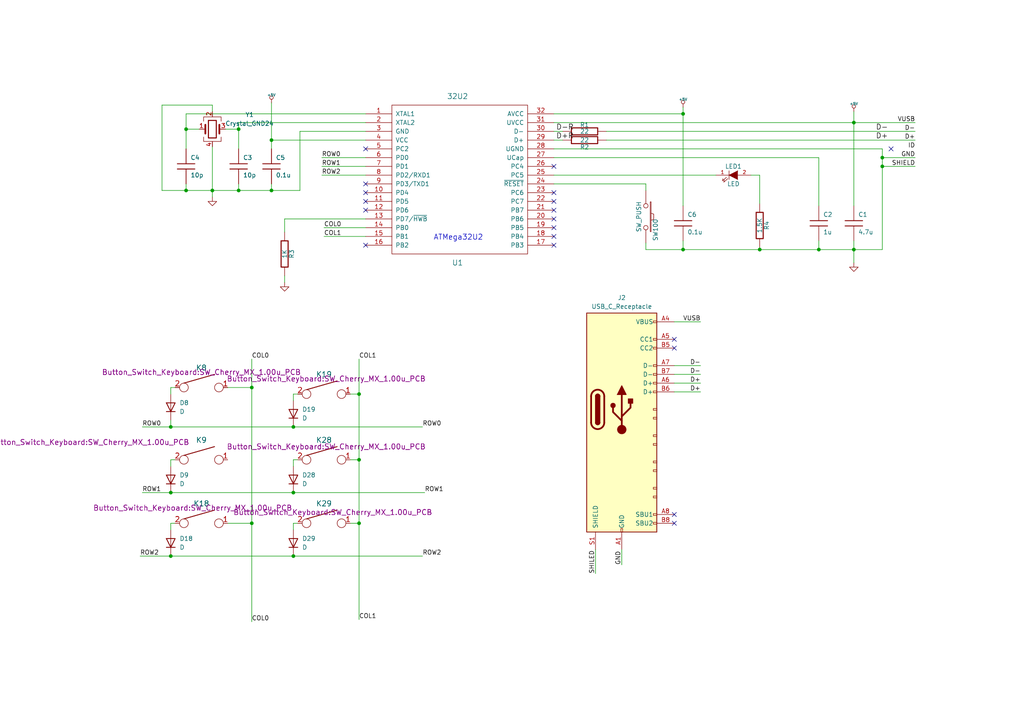
<source format=kicad_sch>
(kicad_sch (version 20230121) (generator eeschema)
  (paper "A4")
  (title_block (title "xKB64 keyboard PCB") (date "2016/04") (rev "D") (company "TMK, Tokyo JAPAN"))
  (lib_symbols
    (symbol "Connector:USB_C_Receptacle" (pin_names (offset 1.016))
      (property "Reference" "J2" (at 0 32.385 0))
      (property "Value" "USB_C_Receptacle" (at 0 29.845 0))
      (symbol "USB_C_Receptacle_0_0"
        (rectangle (start -0.254 -35.56) (end 0.254 -34.544))
        (rectangle (start 10.16 -32.766) (end 9.144 -33.274))
        (rectangle (start 10.16 -30.226) (end 9.144 -30.734))
        (rectangle (start 10.16 -25.146) (end 9.144 -25.654))
        (rectangle (start 10.16 -22.606) (end 9.144 -23.114))
        (rectangle (start 10.16 -17.526) (end 9.144 -18.034))
        (rectangle (start 10.16 -14.986) (end 9.144 -15.494))
        (rectangle (start 10.16 -9.906) (end 9.144 -10.414))
        (rectangle (start 10.16 -7.366) (end 9.144 -7.874))
        (rectangle (start 10.16 -2.286) (end 9.144 -2.794))
        (rectangle (start 10.16 0.254) (end 9.144 -0.254))
        (rectangle (start 10.16 5.334) (end 9.144 4.826))
        (rectangle (start 10.16 7.874) (end 9.144 7.366))
        (rectangle (start 10.16 10.414) (end 9.144 9.906))
        (rectangle (start 10.16 12.954) (end 9.144 12.446))
        (rectangle (start 10.16 18.034) (end 9.144 17.526))
        (rectangle (start 10.16 20.574) (end 9.144 20.066))
        (rectangle (start 10.16 25.654) (end 9.144 25.146))
      )
      (symbol "USB_C_Receptacle_0_1"
        (rectangle (start -10.16 27.94) (end 10.16 -35.56) (stroke (width 0.254)) (fill (type background)))
        (arc (start -8.89 -3.81) (mid -6.985 -5.7067) (end -5.08 -3.81) (stroke (width 0.508)))
        (arc (start -7.62 -3.81) (mid -6.985 -4.4423) (end -6.35 -3.81) (stroke (width 0.254)))
        (arc (start -7.62 -3.81) (mid -6.985 -4.4423) (end -6.35 -3.81) (stroke (width 0.254)) (fill (type outline)))
        (rectangle (start -7.62 -3.81) (end -6.35 3.81) (stroke (width 0.254)) (fill (type outline)))
        (arc (start -6.35 3.81) (mid -6.985 4.4423) (end -7.62 3.81) (stroke (width 0.254)))
        (arc (start -6.35 3.81) (mid -6.985 4.4423) (end -7.62 3.81) (stroke (width 0.254)) (fill (type outline)))
        (arc (start -5.08 3.81) (mid -6.985 5.7067) (end -8.89 3.81) (stroke (width 0.508)))
        (polyline (pts (xy -8.89 -3.81) (xy -8.89 3.81)) (stroke (width 0.508)))
        (polyline (pts (xy -5.08 3.81) (xy -5.08 -3.81)) (stroke (width 0.508)))
      )
      (symbol "USB_C_Receptacle_1_1"
        (circle (center -2.54 1.143) (radius 0.635) (stroke (width 0.254)) (fill (type outline)))
        (circle (center 0 -5.842) (radius 1.27) (fill (type outline)))
        (polyline (pts (xy 0 -5.842) (xy 0 4.318)) (stroke (width 0.508)))
        (polyline (pts (xy 0 -3.302) (xy -2.54 -0.762) (xy -2.54 0.508)) (stroke (width 0.508)))
        (polyline (pts (xy 0 -2.032) (xy 2.54 0.508) (xy 2.54 1.778)) (stroke (width 0.508)))
        (polyline (pts (xy -1.27 4.318) (xy 0 6.858) (xy 1.27 4.318) (xy -1.27 4.318)) (stroke (width 0.254)) (fill (type outline)))
        (rectangle (start 1.905 1.778) (end 3.175 3.048) (stroke (width 0.254)) (fill (type outline)))
        (pin passive line (at 0 -40.64 90) (length 5.08) (name "GND") (number "A1"))
        (pin passive line (at 0 -40.64 90) (length 5.08) hide (name "GND") (number "A12"))
        (pin passive line (at 15.24 25.4 180) (length 5.08) (name "VBUS") (number "A4"))
        (pin bidirectional line (at 15.24 20.32 180) (length 5.08) (name "CC1") (number "A5"))
        (pin bidirectional line (at 15.24 7.62 180) (length 5.08) (name "D+") (number "A6"))
        (pin bidirectional line (at 15.24 12.7 180) (length 5.08) (name "D-") (number "A7"))
        (pin bidirectional line (at 15.24 -30.48 180) (length 5.08) (name "SBU1") (number "A8"))
        (pin passive line (at 15.24 25.4 180) (length 5.08) hide (name "VBUS") (number "A9"))
        (pin passive line (at 0 -40.64 90) (length 5.08) hide (name "GND") (number "B1"))
        (pin passive line (at 0 -40.64 90) (length 5.08) hide (name "GND") (number "B12"))
        (pin passive line (at 15.24 25.4 180) (length 5.08) hide (name "VBUS") (number "B4"))
        (pin bidirectional line (at 15.24 17.78 180) (length 5.08) (name "CC2") (number "B5"))
        (pin bidirectional line (at 15.24 5.08 180) (length 5.08) (name "D+") (number "B6"))
        (pin bidirectional line (at 15.24 10.16 180) (length 5.08) (name "D-") (number "B7"))
        (pin bidirectional line (at 15.24 -33.02 180) (length 5.08) (name "SBU2") (number "B8"))
        (pin passive line (at 15.24 25.4 180) (length 5.08) hide (name "VBUS") (number "B9"))
        (pin passive line (at -7.62 -40.64 90) (length 5.08) (name "SHIELD") (number "S1"))
      )
    )
    (symbol "Device:Crystal_GND24" (pin_names (offset 1.016) hide)
      (property "Reference" "Y" (at 3.175 5.08 0))
      (property "Value" "Crystal_GND24" (at 3.175 3.175 0))
      (symbol "Crystal_GND24_0_1"
        (rectangle (start -1.143 2.54) (end 1.143 -2.54) (stroke (width 0.3048)))
        (polyline (pts (xy -2.54 0) (xy -2.032 0)))
        (polyline (pts (xy -2.032 -1.27) (xy -2.032 1.27)) (stroke (width 0.508)))
        (polyline (pts (xy 0 -3.81) (xy 0 -3.556)))
        (polyline (pts (xy 0 3.556) (xy 0 3.81)))
        (polyline (pts (xy 2.032 -1.27) (xy 2.032 1.27)) (stroke (width 0.508)))
        (polyline (pts (xy 2.032 0) (xy 2.54 0)))
        (polyline (pts (xy -2.54 -2.286) (xy -2.54 -3.556) (xy 2.54 -3.556) (xy 2.54 -2.286)))
        (polyline (pts (xy -2.54 2.286) (xy -2.54 3.556) (xy 2.54 3.556) (xy 2.54 2.286)))
      )
      (symbol "Crystal_GND24_1_1"
        (pin passive line (at -3.81 0 0) (length 1.27) (name "1") (number "1"))
        (pin passive line (at 0 5.08 270) (length 1.27) (name "2") (number "2"))
        (pin passive line (at 3.81 0 180) (length 1.27) (name "3") (number "3"))
        (pin passive line (at 0 -5.08 90) (length 1.27) (name "4") (number "4"))
      )
    )
    (symbol "Device:D" (pin_numbers hide) (pin_names (offset 1.016) hide)
      (property "Reference" "D" (at 0 2.54 0))
      (property "Value" "D" (at 0 -2.54 0))
      (symbol "D_0_1"
        (polyline (pts (xy -1.27 1.27) (xy -1.27 -1.27)) (stroke (width 0.254)))
        (polyline (pts (xy 1.27 0) (xy -1.27 0)))
        (polyline (pts (xy 1.27 1.27) (xy 1.27 -1.27) (xy -1.27 0) (xy 1.27 1.27)) (stroke (width 0.254)))
      )
      (symbol "D_1_1"
        (pin passive line (at -3.81 0 0) (length 2.54) (name "K") (number "1"))
        (pin passive line (at 3.81 0 180) (length 2.54) (name "A") (number "2"))
      )
    )
    (symbol "alps64-rescue:+5V-keyboard_parts" (power) (pin_names (offset 0))
      (property "Value" "+5V-keyboard_parts" (at 0 2.794 0))
      (symbol "+5V-keyboard_parts_0_0"
        (pin power_in line (at 0 0 90) (length 0) hide (name "+5V") (number "1"))
      )
      (symbol "+5V-keyboard_parts_0_1"
        (polyline (pts (xy 0 0) (xy 0 1.016) (xy 0 1.016)))
        (circle (center 0 1.524) (radius 0.508))
      )
    )
    (symbol "alps64-rescue:ATMEGA32U2-keyboard_parts" (pin_names (offset 1.016))
      (property "Reference" "U" (at 0 -24.13 0))
      (property "Value" "keyboard_parts:ATMEGA32U2" (at 0 24.13 0))
      (symbol "ATMEGA32U2-keyboard_parts_0_1"
        (rectangle (start -19.05 21.59) (end 20.32 -21.59))
      )
      (symbol "ATMEGA32U2-keyboard_parts_1_1"
        (pin input line (at -26.67 19.05 0) (length 7.62) (name "XTAL1") (number "1"))
        (pin bidirectional line (at -26.67 -3.81 0) (length 7.62) (name "PD4") (number "10"))
        (pin bidirectional line (at -26.67 -6.35 0) (length 7.62) (name "PD5") (number "11"))
        (pin bidirectional line (at -26.67 -8.89 0) (length 7.62) (name "PD6") (number "12"))
        (pin input line (at -26.67 -11.43 0) (length 7.62) (name "PD7/~{HWB}") (number "13"))
        (pin bidirectional line (at -26.67 -13.97 0) (length 7.62) (name "PB0") (number "14"))
        (pin bidirectional line (at -26.67 -16.51 0) (length 7.62) (name "PB1") (number "15"))
        (pin bidirectional line (at -26.67 -19.05 0) (length 7.62) (name "PB2") (number "16"))
        (pin bidirectional line (at 27.94 -19.05 180) (length 7.62) (name "PB3") (number "17"))
        (pin bidirectional line (at 27.94 -16.51 180) (length 7.62) (name "PB4") (number "18"))
        (pin bidirectional line (at 27.94 -13.97 180) (length 7.62) (name "PB5") (number "19"))
        (pin output line (at -26.67 16.51 0) (length 7.62) (name "XTAL2") (number "2"))
        (pin bidirectional line (at 27.94 -11.43 180) (length 7.62) (name "PB6") (number "20"))
        (pin bidirectional line (at 27.94 -8.89 180) (length 7.62) (name "PB7") (number "21"))
        (pin bidirectional line (at 27.94 -6.35 180) (length 7.62) (name "PC7") (number "22"))
        (pin bidirectional line (at 27.94 -3.81 180) (length 7.62) (name "PC6") (number "23"))
        (pin input line (at 27.94 -1.27 180) (length 7.62) (name "~{RESET}") (number "24"))
        (pin bidirectional line (at 27.94 1.27 180) (length 7.62) (name "PC5") (number "25"))
        (pin bidirectional line (at 27.94 3.81 180) (length 7.62) (name "PC4") (number "26"))
        (pin input line (at 27.94 6.35 180) (length 7.62) (name "UCap") (number "27"))
        (pin power_in line (at 27.94 8.89 180) (length 7.62) (name "UGND") (number "28"))
        (pin bidirectional line (at 27.94 11.43 180) (length 7.62) (name "D+") (number "29"))
        (pin power_in line (at -26.67 13.97 0) (length 7.62) (name "GND") (number "3"))
        (pin bidirectional line (at 27.94 13.97 180) (length 7.62) (name "D-") (number "30"))
        (pin power_in line (at 27.94 16.51 180) (length 7.62) (name "UVCC") (number "31"))
        (pin power_in line (at 27.94 19.05 180) (length 7.62) (name "AVCC") (number "32"))
        (pin power_in line (at -26.67 11.43 0) (length 7.62) (name "VCC") (number "4"))
        (pin bidirectional line (at -26.67 8.89 0) (length 7.62) (name "PC2") (number "5"))
        (pin bidirectional line (at -26.67 6.35 0) (length 7.62) (name "PD0") (number "6"))
        (pin bidirectional line (at -26.67 3.81 0) (length 7.62) (name "PD1") (number "7"))
        (pin bidirectional line (at -26.67 1.27 0) (length 7.62) (name "PD2/RXD1") (number "8"))
        (pin bidirectional line (at -26.67 -1.27 0) (length 7.62) (name "PD3/TXD1") (number "9"))
      )
    )
    (symbol "alps64-rescue:C-keyboard_parts" (pin_numbers hide) (pin_names (offset 0.254))
      (property "Reference" "C" (at 1.27 2.54 0))
      (property "Value" "keyboard_parts:C" (at 1.27 -2.54 0))
      (symbol "C-keyboard_parts_0_1"
        (polyline (pts (xy -2.54 -0.762) (xy 2.54 -0.762)) (stroke (width 0.254)))
        (polyline (pts (xy -2.54 0.762) (xy 2.54 0.762)) (stroke (width 0.254)))
      )
      (symbol "C-keyboard_parts_1_1"
        (pin passive line (at 0 5.08 270) (length 4.318) (name "~") (number "1"))
        (pin passive line (at 0 -5.08 90) (length 4.318) (name "~") (number "2"))
      )
    )
    (symbol "alps64-rescue:GND-keyboard_parts" (power) (pin_names (offset 0))
      (property "Value" "GND-keyboard_parts" (at 0 -3.81 0))
      (symbol "GND-keyboard_parts_0_1"
        (polyline (pts (xy 0 0) (xy 0 -1.27) (xy 1.27 -1.27) (xy 0 -2.54) (xy -1.27 -1.27) (xy 0 -1.27)))
      )
      (symbol "GND-keyboard_parts_1_1"
        (pin power_in line (at 0 0 270) (length 0) hide (name "GND") (number "1"))
      )
    )
    (symbol "alps64-rescue:KEYSW-keyboard_parts" (pin_names (offset 1.016))
      (property "Reference" "K?" (at -1.27 0 0))
      (symbol "KEYSW-keyboard_parts_0_1"
        (circle (center -5.08 0) (radius 1.27))
        (polyline (pts (xy -5.08 1.27) (xy 3.81 3.81)) (stroke (width 0.254)))
        (circle (center 5.08 0) (radius 1.27))
      )
      (symbol "KEYSW-keyboard_parts_1_1"
        (pin passive line (at 7.62 0 180) (length 1.27) (name "~") (number "1"))
        (pin passive line (at -7.62 0 0) (length 1.27) (name "~") (number "2"))
      )
    )
    (symbol "alps64-rescue:LED-keyboard_parts" (pin_names (offset 1.016) hide)
      (property "Reference" "LED" (at 0 2.54 0))
      (property "Value" "keyboard_parts:LED" (at 0 -2.54 0))
      (symbol "LED-keyboard_parts_0_1"
        (polyline (pts (xy -1.27 1.27) (xy -1.27 -1.27)))
        (polyline (pts (xy -2.032 -0.635) (xy -3.175 -1.651) (xy -3.048 -1.016)))
        (polyline (pts (xy -1.651 -1.016) (xy -2.794 -2.032) (xy -2.667 -1.397)))
        (polyline (pts (xy 1.27 1.27) (xy -1.27 0) (xy 1.27 -1.27)) (fill (type outline)))
      )
      (symbol "LED-keyboard_parts_1_1"
        (pin passive line (at -5.08 0 0) (length 3.81) (name "K") (number "1"))
        (pin passive line (at 5.08 0 180) (length 3.81) (name "A") (number "2"))
      )
    )
    (symbol "alps64-rescue:R-keyboard_parts" (pin_numbers hide) (pin_names (offset 0))
      (property "Reference" "R" (at 2.032 0 90))
      (property "Value" "keyboard_parts:R" (at 0 0 90))
      (symbol "R-keyboard_parts_0_1"
        (rectangle (start -1.016 3.81) (end 1.016 -3.81) (stroke (width 0.3048)))
      )
      (symbol "R-keyboard_parts_1_1"
        (pin passive line (at 0 6.35 270) (length 2.54) (name "~") (number "1"))
        (pin passive line (at 0 -6.35 90) (length 2.54) (name "~") (number "2"))
      )
    )
    (symbol "alps64-rescue:SW_PUSH-keyboard_parts" (pin_numbers hide) (pin_names (offset 1.016) hide)
      (property "Reference" "SW" (at 3.81 2.794 0))
      (property "Value" "keyboard_parts:SW_PUSH" (at 0 -2.032 0))
      (symbol "SW_PUSH-keyboard_parts_0_1"
        (rectangle (start -4.318 1.27) (end 4.318 1.524))
        (polyline (pts (xy -1.016 1.524) (xy -0.762 2.286) (xy 0.762 2.286) (xy 1.016 1.524)))
        (pin passive inverted (at -7.62 0 0) (length 5.08) (name "1") (number "1"))
        (pin passive inverted (at 7.62 0 180) (length 5.08) (name "2") (number "2"))
      )
    )
  )
  (junction (at 61.595 55.245))
  (junction (at 49.53 161.29))
  (junction (at 255.905 45.72))
  (junction (at 85.09 123.825))
  (junction (at 247.65 35.56))
  (junction (at 220.345 72.39))
  (junction (at 247.65 72.39))
  (junction (at 104.14 151.765))
  (junction (at 237.49 72.39))
  (junction (at 49.53 123.825))
  (junction (at 104.14 133.35))
  (junction (at 198.12 33.02))
  (junction (at 73.025 112.395))
  (junction (at 85.09 161.29))
  (junction (at 255.905 48.26))
  (junction (at 73.025 151.765))
  (junction (at 53.975 37.465))
  (junction (at 198.12 72.39))
  (junction (at 78.74 55.245))
  (junction (at 53.975 55.245))
  (junction (at 69.215 55.245))
  (junction (at 78.74 40.64))
  (junction (at 49.53 142.875))
  (junction (at 104.14 114.3))
  (junction (at 85.09 142.875))
  (junction (at 69.215 37.465))
  (no_connect (at 160.655 48.26))
  (no_connect (at 106.045 53.34))
  (no_connect (at 160.655 58.42))
  (no_connect (at 195.58 151.765))
  (no_connect (at 106.045 43.18))
  (no_connect (at 195.58 100.965))
  (no_connect (at 160.655 71.12))
  (no_connect (at 160.655 63.5))
  (no_connect (at 106.045 60.96))
  (no_connect (at 160.655 55.88))
  (no_connect (at 106.045 58.42))
  (no_connect (at 258.445 43.18))
  (no_connect (at 160.655 60.96))
  (no_connect (at 106.045 71.12))
  (no_connect (at 195.58 149.225))
  (no_connect (at 160.655 68.58))
  (no_connect (at 195.58 98.425))
  (no_connect (at 106.045 55.88))
  (no_connect (at 160.655 66.04))
  (wire (pts (xy 85.09 133.35) (xy 85.09 135.255)))
  (wire (pts (xy 61.595 30.48) (xy 46.99 30.48)))
  (wire (pts (xy 207.645 50.8) (xy 160.655 50.8)))
  (wire (pts (xy 106.045 35.56) (xy 69.215 35.56)))
  (wire (pts (xy 106.045 38.1) (xy 86.995 38.1)))
  (wire (pts (xy 160.655 53.34) (xy 187.325 53.34)))
  (wire (pts (xy 49.53 151.765) (xy 49.53 153.67)))
  (wire (pts (xy 93.98 66.04) (xy 106.045 66.04)))
  (wire (pts (xy 198.12 69.85) (xy 198.12 72.39)))
  (wire (pts (xy 104.14 104.14) (xy 104.14 114.3)))
  (wire (pts (xy 73.025 151.765) (xy 73.025 180.34)))
  (wire (pts (xy 175.895 40.64) (xy 265.43 40.64)))
  (wire (pts (xy 175.895 38.1) (xy 265.43 38.1)))
  (wire (pts (xy 93.98 68.58) (xy 106.045 68.58)))
  (wire (pts (xy 195.58 106.045) (xy 203.2 106.045)))
  (wire (pts (xy 73.025 112.395) (xy 73.025 151.765)))
  (wire (pts (xy 247.65 72.39) (xy 247.65 76.2)))
  (wire (pts (xy 53.975 37.465) (xy 53.975 43.18)))
  (wire (pts (xy 49.53 123.825) (xy 85.09 123.825)))
  (wire (pts (xy 247.65 35.56) (xy 247.65 59.69)))
  (wire (pts (xy 61.595 42.545) (xy 61.595 55.245)))
  (wire (pts (xy 69.215 53.34) (xy 69.215 55.245)))
  (wire (pts (xy 53.975 53.34) (xy 53.975 55.245)))
  (wire (pts (xy 85.09 161.29) (xy 122.555 161.29)))
  (wire (pts (xy 78.74 55.245) (xy 86.995 55.245)))
  (wire (pts (xy 53.975 37.465) (xy 57.785 37.465)))
  (wire (pts (xy 255.905 48.26) (xy 255.905 45.72)))
  (wire (pts (xy 46.99 55.245) (xy 53.975 55.245)))
  (wire (pts (xy 82.55 80.01) (xy 82.55 81.915)))
  (wire (pts (xy 65.405 37.465) (xy 69.215 37.465)))
  (wire (pts (xy 50.8 133.35) (xy 49.53 133.35)))
  (wire (pts (xy 93.345 48.26) (xy 106.045 48.26)))
  (wire (pts (xy 61.595 55.245) (xy 61.595 57.15)))
  (wire (pts (xy 69.215 55.245) (xy 78.74 55.245)))
  (wire (pts (xy 198.12 72.39) (xy 220.345 72.39)))
  (wire (pts (xy 86.36 133.35) (xy 85.09 133.35)))
  (wire (pts (xy 255.905 43.18) (xy 160.655 43.18)))
  (wire (pts (xy 247.65 32.385) (xy 247.65 35.56)))
  (wire (pts (xy 172.72 159.385) (xy 172.72 166.37)))
  (wire (pts (xy 41.275 123.825) (xy 49.53 123.825)))
  (wire (pts (xy 86.36 151.765) (xy 85.09 151.765)))
  (wire (pts (xy 220.345 72.39) (xy 237.49 72.39)))
  (wire (pts (xy 66.04 151.765) (xy 73.025 151.765)))
  (wire (pts (xy 160.655 33.02) (xy 198.12 33.02)))
  (wire (pts (xy 69.215 35.56) (xy 69.215 37.465)))
  (wire (pts (xy 46.99 30.48) (xy 46.99 55.245)))
  (wire (pts (xy 61.595 32.385) (xy 61.595 30.48)))
  (wire (pts (xy 73.025 104.14) (xy 73.025 112.395)))
  (wire (pts (xy 101.6 133.35) (xy 104.14 133.35)))
  (wire (pts (xy 247.65 35.56) (xy 160.655 35.56)))
  (wire (pts (xy 85.09 151.765) (xy 85.09 153.67)))
  (wire (pts (xy 237.49 45.72) (xy 237.49 59.69)))
  (wire (pts (xy 69.215 37.465) (xy 69.215 43.18)))
  (wire (pts (xy 255.905 72.39) (xy 255.905 48.26)))
  (wire (pts (xy 41.275 142.875) (xy 49.53 142.875)))
  (wire (pts (xy 195.58 93.345) (xy 203.2 93.345)))
  (wire (pts (xy 195.58 108.585) (xy 203.2 108.585)))
  (wire (pts (xy 86.995 38.1) (xy 86.995 55.245)))
  (wire (pts (xy 104.14 133.35) (xy 104.14 151.765)))
  (wire (pts (xy 198.12 33.02) (xy 198.12 59.69)))
  (wire (pts (xy 195.58 111.125) (xy 203.2 111.125)))
  (wire (pts (xy 217.805 50.8) (xy 220.345 50.8)))
  (wire (pts (xy 66.04 112.395) (xy 73.025 112.395)))
  (wire (pts (xy 78.74 40.64) (xy 78.74 43.18)))
  (wire (pts (xy 237.49 69.85) (xy 237.49 72.39)))
  (wire (pts (xy 101.6 151.765) (xy 104.14 151.765)))
  (wire (pts (xy 101.6 114.3) (xy 104.14 114.3)))
  (wire (pts (xy 82.55 63.5) (xy 82.55 67.31)))
  (wire (pts (xy 160.655 40.64) (xy 163.195 40.64)))
  (wire (pts (xy 85.09 142.875) (xy 123.19 142.875)))
  (wire (pts (xy 49.53 112.395) (xy 49.53 114.3)))
  (wire (pts (xy 78.74 55.245) (xy 78.74 53.34)))
  (wire (pts (xy 93.345 50.8) (xy 106.045 50.8)))
  (wire (pts (xy 160.655 45.72) (xy 237.49 45.72)))
  (wire (pts (xy 163.195 38.1) (xy 160.655 38.1)))
  (wire (pts (xy 85.09 123.825) (xy 122.555 123.825)))
  (wire (pts (xy 187.325 72.39) (xy 198.12 72.39)))
  (wire (pts (xy 104.14 151.765) (xy 104.14 179.705)))
  (wire (pts (xy 85.09 114.3) (xy 85.09 116.205)))
  (wire (pts (xy 180.34 159.385) (xy 180.34 163.83)))
  (wire (pts (xy 195.58 113.665) (xy 203.2 113.665)))
  (wire (pts (xy 220.345 50.8) (xy 220.345 59.055)))
  (wire (pts (xy 93.345 45.72) (xy 106.045 45.72)))
  (wire (pts (xy 247.65 35.56) (xy 265.43 35.56)))
  (wire (pts (xy 82.55 63.5) (xy 106.045 63.5)))
  (wire (pts (xy 53.975 33.02) (xy 53.975 37.465)))
  (wire (pts (xy 255.905 45.72) (xy 255.905 43.18)))
  (wire (pts (xy 86.36 114.3) (xy 85.09 114.3)))
  (wire (pts (xy 78.74 40.64) (xy 106.045 40.64)))
  (wire (pts (xy 53.975 55.245) (xy 61.595 55.245)))
  (wire (pts (xy 247.65 69.85) (xy 247.65 72.39)))
  (wire (pts (xy 198.12 31.115) (xy 198.12 33.02)))
  (wire (pts (xy 255.905 45.72) (xy 265.43 45.72)))
  (wire (pts (xy 40.64 161.29) (xy 49.53 161.29)))
  (wire (pts (xy 49.53 121.92) (xy 49.53 123.825)))
  (wire (pts (xy 49.53 133.35) (xy 49.53 135.255)))
  (wire (pts (xy 50.8 112.395) (xy 49.53 112.395)))
  (wire (pts (xy 49.53 161.29) (xy 85.09 161.29)))
  (wire (pts (xy 104.14 114.3) (xy 104.14 133.35)))
  (wire (pts (xy 61.595 55.245) (xy 69.215 55.245)))
  (wire (pts (xy 106.045 33.02) (xy 53.975 33.02)))
  (wire (pts (xy 187.325 70.485) (xy 187.325 72.39)))
  (wire (pts (xy 49.53 142.875) (xy 85.09 142.875)))
  (wire (pts (xy 247.65 72.39) (xy 255.905 72.39)))
  (wire (pts (xy 220.345 71.755) (xy 220.345 72.39)))
  (wire (pts (xy 187.325 53.34) (xy 187.325 55.245)))
  (wire (pts (xy 50.8 151.765) (xy 49.53 151.765)))
  (wire (pts (xy 78.74 29.845) (xy 78.74 40.64)))
  (wire (pts (xy 237.49 72.39) (xy 247.65 72.39)))
  (wire (pts (xy 255.905 48.26) (xy 265.43 48.26)))
  (text "ATMega32U2" (at 125.73 69.85 0) (effects (font (size 1.524 1.524)) (justify left bottom)))
  (label "D-" (at 203.2 106.045 180))
  (label "ROW0" (at 41.275 123.825 0))
  (label "D+" (at 265.43 40.64 180))
  (label "ROW1" (at 41.275 142.875 0))
  (label "GND" (at 180.34 163.83 90))
  (label "ROW0" (at 122.555 123.825 0))
  (label "D-R" (at 161.29 38.1 0) (effects (font (size 1.524 1.524))))
  (label "GND" (at 265.43 45.72 180))
  (label "COL1" (at 104.14 104.14 0))
  (label "COL0" (at 93.98 66.04 0))
  (label "ROW1" (at 93.345 48.26 0))
  (label "D-" (at 265.43 38.1 180))
  (label "COL1" (at 93.98 68.58 0))
  (label "ROW2" (at 40.64 161.29 0))
  (label "D-" (at 254 38.1 0) (effects (font (size 1.524 1.524))))
  (label "COL1" (at 104.14 179.705 0))
  (label "D-" (at 203.2 108.585 180))
  (label "ROW2" (at 93.345 50.8 0))
  (label "D+R" (at 161.29 40.64 0) (effects (font (size 1.524 1.524))))
  (label "ROW2" (at 122.555 161.29 0))
  (label "VUSB" (at 265.43 35.56 180))
  (label "COL0" (at 73.025 104.14 0))
  (label "SHIELD" (at 265.43 48.26 180))
  (label "ROW1" (at 123.19 142.875 0))
  (label "D+" (at 203.2 111.125 180))
  (label "ID" (at 265.43 43.18 180))
  (label "COL0" (at 73.025 180.34 0))
  (label "ROW0" (at 93.345 45.72 0))
  (label "D+" (at 254 40.64 0) (effects (font (size 1.524 1.524))))
  (label "D+" (at 203.2 113.665 180))
  (label "VUSB" (at 203.2 93.345 180))
  (label "SHILED" (at 172.72 166.37 90))
  (symbol (lib_id "alps64-rescue:ATMEGA32U2-keyboard_parts") (at 132.715 52.07 0) (unit 1)
    (property "Reference" "U1" (at 132.715 76.2 0) (effects (font (size 1.524 1.524))))
    (property "Value" "32U2" (at 132.715 27.94 0) (effects (font (size 1.524 1.524))))
    (property "Footprint" "Package_QFP:TQFP-32_7x7mm_P0.8mm" (effects hide))
  )
  (symbol (lib_id "alps64-rescue:C-keyboard_parts") (at 53.975 48.26 0) (unit 1)
    (property "Reference" "C4" (at 55.245 45.72 0) (effects (justify left)))
    (property "Value" "10p" (at 55.245 50.8 0) (effects (justify left)))
    (property "Footprint" "Capacitor_SMD:C_0603_1608Metric" (effects hide))
  )
  (symbol (lib_id "alps64-rescue:C-keyboard_parts") (at 69.215 48.26 0) (unit 1)
    (property "Reference" "C3" (at 70.485 45.72 0) (effects (justify left)))
    (property "Value" "10p" (at 70.485 50.8 0) (effects (justify left)))
    (property "Footprint" "Capacitor_SMD:C_0603_1608Metric" (effects hide))
  )
  (symbol (lib_id "alps64-rescue:C-keyboard_parts") (at 198.12 64.77 0) (unit 1)
    (property "Reference" "C6" (at 199.39 62.23 0) (effects (justify left)))
    (property "Value" "0.1u" (at 199.39 67.31 0) (effects (justify left)))
    (property "Footprint" "Capacitor_THT:C_Disc_D3.0mm_W1.6mm_P2.50mm" (effects hide))
  )
  (symbol (lib_id "alps64-rescue:C-keyboard_parts") (at 237.49 64.77 0) (unit 1)
    (property "Reference" "C2" (at 238.76 62.23 0) (effects (justify left)))
    (property "Value" "1u" (at 238.76 67.31 0) (effects (justify left)))
    (property "Footprint" "Capacitor_SMD:C_0603_1608Metric" (effects hide))
  )
  (symbol (lib_id "alps64-rescue:C-keyboard_parts") (at 247.65 64.77 0) (unit 1)
    (property "Reference" "C1" (at 248.92 62.23 0) (effects (justify left)))
    (property "Value" "4.7u" (at 248.92 67.31 0) (effects (justify left)))
    (property "Footprint" "Capacitor_SMD:C_0603_1608Metric" (effects hide))
  )
  (symbol (lib_id "alps64-rescue:R-keyboard_parts") (at 169.545 40.64 270) (unit 1)
    (property "Reference" "R2" (at 169.545 42.672 90))
    (property "Value" "22" (at 169.545 40.64 90))
    (property "Footprint" "Resistor_SMD:R_0603_1608Metric" (effects hide))
  )
  (symbol (lib_id "alps64-rescue:R-keyboard_parts") (at 169.545 38.1 270) (unit 1)
    (property "Reference" "R1" (at 169.545 36.195 90))
    (property "Value" "22" (at 169.545 38.1 90))
    (property "Footprint" "Resistor_SMD:R_0603_1608Metric" (effects hide))
  )
  (symbol (lib_id "alps64-rescue:+5V-keyboard_parts") (at 78.74 29.845 0) (unit 1)
    (property "Reference" "#PWR01" (effects hide))
    (property "Value" "+5V" (at 78.74 27.559 0) (effects (font (size 0.762 0.762))))
  )
  (symbol (lib_id "alps64-rescue:C-keyboard_parts") (at 78.74 48.26 0) (unit 1)
    (property "Reference" "C5" (at 80.01 45.72 0) (effects (justify left)))
    (property "Value" "0.1u" (at 80.01 50.8 0) (effects (justify left)))
    (property "Footprint" "Capacitor_THT:C_Disc_D3.0mm_W1.6mm_P2.50mm" (effects hide))
  )
  (symbol (lib_id "alps64-rescue:+5V-keyboard_parts") (at 198.12 31.115 0) (unit 1)
    (property "Reference" "#PWR05" (effects hide))
    (property "Value" "+5V" (at 198.12 28.829 0) (effects (font (size 0.762 0.762))))
  )
  (symbol (lib_id "alps64-rescue:GND-keyboard_parts") (at 61.595 57.15 0) (unit 1)
    (property "Reference" "#PWR02" (effects hide))
    (property "Value" "GND" (effects hide))
  )
  (symbol (lib_id "alps64-rescue:+5V-keyboard_parts") (at 247.65 32.385 0) (unit 1)
    (property "Reference" "#PWR06" (effects hide))
    (property "Value" "+5V" (at 247.65 30.099 0) (effects (font (size 0.762 0.762))))
  )
  (symbol (lib_id "alps64-rescue:R-keyboard_parts") (at 82.55 73.66 0) (unit 1)
    (property "Reference" "R3" (at 84.582 73.66 90))
    (property "Value" "1K" (at 82.55 73.66 90))
    (property "Footprint" "Resistor_SMD:R_0603_1608Metric" (effects hide))
  )
  (symbol (lib_id "alps64-rescue:GND-keyboard_parts") (at 82.55 81.915 0) (unit 1)
    (property "Reference" "#PWR03" (effects hide))
    (property "Value" "GND" (effects hide))
  )
  (symbol (lib_id "alps64-rescue:SW_PUSH-keyboard_parts") (at 187.325 62.865 270) (unit 1)
    (property "Reference" "SW100" (at 190.119 66.675 0))
    (property "Value" "SW_PUSH" (at 185.293 62.865 0))
    (property "Footprint" "Button_Switch_THT:SW_PUSH_6mm" (effects hide))
  )
  (symbol (lib_id "alps64-rescue:GND-keyboard_parts") (at 247.65 76.2 0) (unit 1)
    (property "Reference" "#PWR04" (effects hide))
    (property "Value" "GND" (effects hide))
  )
  (symbol (lib_id "alps64-rescue:R-keyboard_parts") (at 220.345 65.405 0) (unit 1)
    (property "Reference" "R4" (at 222.377 65.405 90))
    (property "Value" "1.5K" (at 220.345 65.405 90))
    (property "Footprint" "Resistor_SMD:R_0603_1608Metric" (effects hide))
  )
  (symbol (lib_id "alps64-rescue:LED-keyboard_parts") (at 212.725 50.8 0) (unit 1)
    (property "Reference" "LED1" (at 212.725 48.26 0))
    (property "Value" "LED" (at 212.725 53.34 0))
    (property "Footprint" "LED_SMD:LED_0805_2012Metric_Pad1.15x1.40mm_HandSolder" (effects hide))
  )
  (symbol (lib_id "Device:D") (at 49.53 139.065 90) (unit 1)
    (property "Reference" "D9" (at 52.07 137.795 90) (effects (justify right)))
    (property "Value" "D" (at 52.07 140.335 90) (effects (justify right)))
    (property "Footprint" "Diode_SMD:D_SOD-323" (effects hide))
    (property "Sim.Device" "D" (effects hide))
    (property "Sim.Pins" "1=K 2=A" (effects hide))
  )
  (symbol (lib_id "alps64-rescue:KEYSW-keyboard_parts") (at 58.42 133.35 0) (unit 1)
    (property "Reference" "K9" (at 58.42 127.635 0) (effects (font (size 1.524 1.524))))
    (property "Value" "keyboard_parts:KEYSW" (effects hide))
    (property "Footprint" "Button_Switch_Keyboard:SW_Cherry_MX_1.00u_PCB" (at 26.035 128.27 0) (effects (font (size 1.524 1.524))))
  )
  (symbol (lib_id "Device:D") (at 85.09 139.065 90) (unit 1)
    (property "Reference" "D28" (at 87.63 137.795 90) (effects (justify right)))
    (property "Value" "D" (at 87.63 140.335 90) (effects (justify right)))
    (property "Footprint" "Diode_SMD:D_SOD-323" (effects hide))
    (property "Sim.Device" "D" (effects hide))
    (property "Sim.Pins" "1=K 2=A" (effects hide))
  )
  (symbol (lib_id "alps64-rescue:KEYSW-keyboard_parts") (at 93.98 133.35 0) (unit 1)
    (property "Reference" "K28" (at 93.98 127.635 0) (effects (font (size 1.524 1.524))))
    (property "Value" "keyboard_parts:KEYSW" (effects hide))
    (property "Footprint" "Button_Switch_Keyboard:SW_Cherry_MX_1.00u_PCB" (at 94.615 129.54 0) (effects (font (size 1.524 1.524))))
  )
  (symbol (lib_id "Device:D") (at 85.09 120.015 90) (unit 1)
    (property "Reference" "D19" (at 87.63 118.745 90) (effects (justify right)))
    (property "Value" "D" (at 87.63 121.285 90) (effects (justify right)))
    (property "Footprint" "Diode_SMD:D_SOD-323" (effects hide))
    (property "Sim.Device" "D" (effects hide))
    (property "Sim.Pins" "1=K 2=A" (effects hide))
  )
  (symbol (lib_id "alps64-rescue:KEYSW-keyboard_parts") (at 58.42 112.395 0) (unit 1)
    (property "Reference" "K8" (at 58.42 106.68 0) (effects (font (size 1.524 1.524))))
    (property "Value" "keyboard_parts:KEYSW" (effects hide))
    (property "Footprint" "Button_Switch_Keyboard:SW_Cherry_MX_1.00u_PCB" (at 58.42 107.95 0) (effects (font (size 1.524 1.524))))
  )
  (symbol (lib_id "Device:D") (at 49.53 157.48 90) (unit 1)
    (property "Reference" "D18" (at 52.07 156.21 90) (effects (justify right)))
    (property "Value" "D" (at 52.07 158.75 90) (effects (justify right)))
    (property "Footprint" "Diode_SMD:D_SOD-323" (effects hide))
    (property "Sim.Device" "D" (effects hide))
    (property "Sim.Pins" "1=K 2=A" (effects hide))
  )
  (symbol (lib_id "alps64-rescue:KEYSW-keyboard_parts") (at 93.98 151.765 0) (unit 1)
    (property "Reference" "K29" (at 93.98 146.05 0) (effects (font (size 1.524 1.524))))
    (property "Value" "keyboard_parts:KEYSW" (effects hide))
    (property "Footprint" "Button_Switch_Keyboard:SW_Cherry_MX_1.00u_PCB" (at 96.52 148.59 0) (effects (font (size 1.524 1.524))))
  )
  (symbol (lib_id "Device:Crystal_GND24") (at 61.595 37.465 0) (unit 1)
    (property "Reference" "Y1" (at 72.39 33.2741 0))
    (property "Value" "Crystal_GND24" (at 72.39 35.8141 0))
    (property "Footprint" "Crystal:Crystal_SMD_3225-4Pin_3.2x2.5mm" (effects hide))
  )
  (symbol (lib_id "Connector:USB_C_Receptacle") (at 180.34 118.745 0) (unit 1)
    (property "Reference" "J2" (at 180.34 86.36 0))
    (property "Value" "USB_C_Receptacle" (at 180.34 88.9 0))
    (property "Footprint" "Connector_USB:USB_C_Receptacle_HCTL_HC-TYPE-C-16P-01A" (effects hide))
    (property "Datasheet" "https://www.usb.org/sites/default/files/documents/usb_type-c.zip" (effects hide))
  )
  (symbol (lib_id "alps64-rescue:KEYSW-keyboard_parts") (at 93.98 114.3 0) (unit 1)
    (property "Reference" "K19" (at 93.98 108.585 0) (effects (font (size 1.524 1.524))))
    (property "Value" "keyboard_parts:KEYSW" (effects hide))
    (property "Footprint" "Button_Switch_Keyboard:SW_Cherry_MX_1.00u_PCB" (at 94.615 109.855 0) (effects (font (size 1.524 1.524))))
  )
  (symbol (lib_id "Device:D") (at 49.53 118.11 90) (unit 1)
    (property "Reference" "D8" (at 52.07 116.84 90) (effects (justify right)))
    (property "Value" "D" (at 52.07 119.38 90) (effects (justify right)))
    (property "Footprint" "Diode_SMD:D_SOD-323" (effects hide))
    (property "Sim.Device" "D" (effects hide))
    (property "Sim.Pins" "1=K 2=A" (effects hide))
  )
  (symbol (lib_id "alps64-rescue:KEYSW-keyboard_parts") (at 58.42 151.765 0) (unit 1)
    (property "Reference" "K18" (at 58.42 146.05 0) (effects (font (size 1.524 1.524))))
    (property "Value" "keyboard_parts:KEYSW" (effects hide))
    (property "Footprint" "Button_Switch_Keyboard:SW_Cherry_MX_1.00u_PCB" (at 55.88 147.32 0) (effects (font (size 1.524 1.524))))
  )
  (symbol (lib_id "Device:D") (at 85.09 157.48 90) (unit 1)
    (property "Reference" "D29" (at 87.63 156.21 90) (effects (justify right)))
    (property "Value" "D" (at 87.63 158.75 90) (effects (justify right)))
    (property "Footprint" "Diode_SMD:D_SOD-323" (effects hide))
    (property "Sim.Device" "D" (effects hide))
    (property "Sim.Pins" "1=K 2=A" (effects hide))
  )
)
</source>
